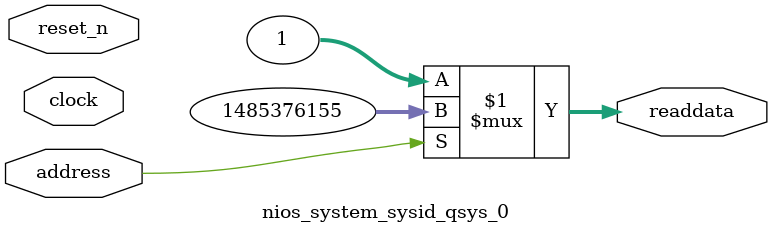
<source format=v>



// synthesis translate_off
`timescale 1ns / 1ps
// synthesis translate_on

// turn off superfluous verilog processor warnings 
// altera message_level Level1 
// altera message_off 10034 10035 10036 10037 10230 10240 10030 

module nios_system_sysid_qsys_0 (
               // inputs:
                address,
                clock,
                reset_n,

               // outputs:
                readdata
             )
;

  output  [ 31: 0] readdata;
  input            address;
  input            clock;
  input            reset_n;

  wire    [ 31: 0] readdata;
  //control_slave, which is an e_avalon_slave
  assign readdata = address ? 1485376155 : 1;

endmodule




</source>
